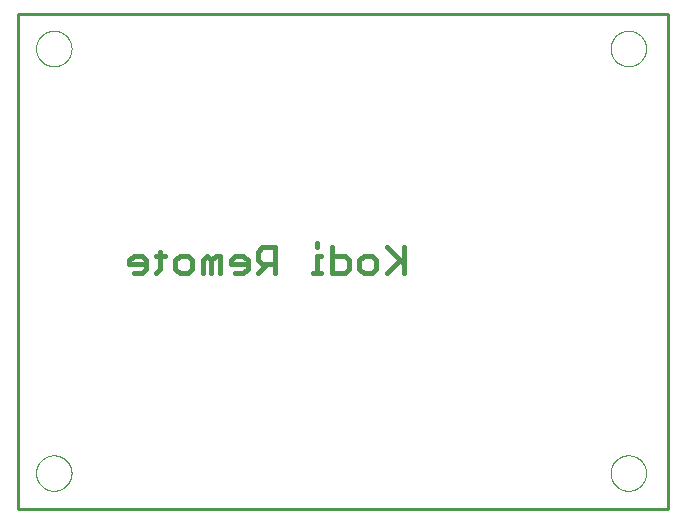
<source format=gbo>
G75*
%MOIN*%
%OFA0B0*%
%FSLAX25Y25*%
%IPPOS*%
%LPD*%
%AMOC8*
5,1,8,0,0,1.08239X$1,22.5*
%
%ADD10C,0.01000*%
%ADD11C,0.01500*%
%ADD12C,0.00000*%
D10*
X0019800Y0016300D02*
X0019800Y0181261D01*
X0236501Y0181261D01*
X0236501Y0016300D01*
X0019800Y0016300D01*
D11*
X0058356Y0095050D02*
X0061192Y0095050D01*
X0062610Y0096468D01*
X0062610Y0099304D01*
X0061192Y0100722D01*
X0058356Y0100722D01*
X0056938Y0099304D01*
X0056938Y0097886D01*
X0062610Y0097886D01*
X0065913Y0100722D02*
X0068749Y0100722D01*
X0067331Y0102139D02*
X0067331Y0096468D01*
X0065913Y0095050D01*
X0072285Y0096468D02*
X0072285Y0099304D01*
X0073703Y0100722D01*
X0076539Y0100722D01*
X0077956Y0099304D01*
X0077956Y0096468D01*
X0076539Y0095050D01*
X0073703Y0095050D01*
X0072285Y0096468D01*
X0081493Y0095050D02*
X0081493Y0099304D01*
X0082911Y0100722D01*
X0084329Y0099304D01*
X0084329Y0095050D01*
X0087164Y0095050D02*
X0087164Y0100722D01*
X0085746Y0100722D01*
X0084329Y0099304D01*
X0090701Y0099304D02*
X0090701Y0097886D01*
X0096372Y0097886D01*
X0096372Y0099304D02*
X0094954Y0100722D01*
X0092118Y0100722D01*
X0090701Y0099304D01*
X0092118Y0095050D02*
X0094954Y0095050D01*
X0096372Y0096468D01*
X0096372Y0099304D01*
X0099908Y0099304D02*
X0099908Y0102139D01*
X0101326Y0103557D01*
X0105580Y0103557D01*
X0105580Y0095050D01*
X0105580Y0097886D02*
X0101326Y0097886D01*
X0099908Y0099304D01*
X0102744Y0097886D02*
X0099908Y0095050D01*
X0118091Y0095050D02*
X0120926Y0095050D01*
X0119509Y0095050D02*
X0119509Y0100722D01*
X0120926Y0100722D01*
X0119509Y0103557D02*
X0119509Y0104975D01*
X0124463Y0103557D02*
X0124463Y0095050D01*
X0128716Y0095050D01*
X0130134Y0096468D01*
X0130134Y0099304D01*
X0128716Y0100722D01*
X0124463Y0100722D01*
X0133671Y0099304D02*
X0133671Y0096468D01*
X0135089Y0095050D01*
X0137924Y0095050D01*
X0139342Y0096468D01*
X0139342Y0099304D01*
X0137924Y0100722D01*
X0135089Y0100722D01*
X0133671Y0099304D01*
X0142878Y0103557D02*
X0148550Y0097886D01*
X0147132Y0099304D02*
X0142878Y0095050D01*
X0148550Y0095050D02*
X0148550Y0103557D01*
D12*
X0217394Y0169800D02*
X0217396Y0169953D01*
X0217402Y0170107D01*
X0217412Y0170260D01*
X0217426Y0170412D01*
X0217444Y0170565D01*
X0217466Y0170716D01*
X0217491Y0170867D01*
X0217521Y0171018D01*
X0217555Y0171168D01*
X0217592Y0171316D01*
X0217633Y0171464D01*
X0217678Y0171610D01*
X0217727Y0171756D01*
X0217780Y0171900D01*
X0217836Y0172042D01*
X0217896Y0172183D01*
X0217960Y0172323D01*
X0218027Y0172461D01*
X0218098Y0172597D01*
X0218173Y0172731D01*
X0218250Y0172863D01*
X0218332Y0172993D01*
X0218416Y0173121D01*
X0218504Y0173247D01*
X0218595Y0173370D01*
X0218689Y0173491D01*
X0218787Y0173609D01*
X0218887Y0173725D01*
X0218991Y0173838D01*
X0219097Y0173949D01*
X0219206Y0174057D01*
X0219318Y0174162D01*
X0219432Y0174263D01*
X0219550Y0174362D01*
X0219669Y0174458D01*
X0219791Y0174551D01*
X0219916Y0174640D01*
X0220043Y0174727D01*
X0220172Y0174809D01*
X0220303Y0174889D01*
X0220436Y0174965D01*
X0220571Y0175038D01*
X0220708Y0175107D01*
X0220847Y0175172D01*
X0220987Y0175234D01*
X0221129Y0175292D01*
X0221272Y0175347D01*
X0221417Y0175398D01*
X0221563Y0175445D01*
X0221710Y0175488D01*
X0221858Y0175527D01*
X0222007Y0175563D01*
X0222157Y0175594D01*
X0222308Y0175622D01*
X0222459Y0175646D01*
X0222612Y0175666D01*
X0222764Y0175682D01*
X0222917Y0175694D01*
X0223070Y0175702D01*
X0223223Y0175706D01*
X0223377Y0175706D01*
X0223530Y0175702D01*
X0223683Y0175694D01*
X0223836Y0175682D01*
X0223988Y0175666D01*
X0224141Y0175646D01*
X0224292Y0175622D01*
X0224443Y0175594D01*
X0224593Y0175563D01*
X0224742Y0175527D01*
X0224890Y0175488D01*
X0225037Y0175445D01*
X0225183Y0175398D01*
X0225328Y0175347D01*
X0225471Y0175292D01*
X0225613Y0175234D01*
X0225753Y0175172D01*
X0225892Y0175107D01*
X0226029Y0175038D01*
X0226164Y0174965D01*
X0226297Y0174889D01*
X0226428Y0174809D01*
X0226557Y0174727D01*
X0226684Y0174640D01*
X0226809Y0174551D01*
X0226931Y0174458D01*
X0227050Y0174362D01*
X0227168Y0174263D01*
X0227282Y0174162D01*
X0227394Y0174057D01*
X0227503Y0173949D01*
X0227609Y0173838D01*
X0227713Y0173725D01*
X0227813Y0173609D01*
X0227911Y0173491D01*
X0228005Y0173370D01*
X0228096Y0173247D01*
X0228184Y0173121D01*
X0228268Y0172993D01*
X0228350Y0172863D01*
X0228427Y0172731D01*
X0228502Y0172597D01*
X0228573Y0172461D01*
X0228640Y0172323D01*
X0228704Y0172183D01*
X0228764Y0172042D01*
X0228820Y0171900D01*
X0228873Y0171756D01*
X0228922Y0171610D01*
X0228967Y0171464D01*
X0229008Y0171316D01*
X0229045Y0171168D01*
X0229079Y0171018D01*
X0229109Y0170867D01*
X0229134Y0170716D01*
X0229156Y0170565D01*
X0229174Y0170412D01*
X0229188Y0170260D01*
X0229198Y0170107D01*
X0229204Y0169953D01*
X0229206Y0169800D01*
X0229204Y0169647D01*
X0229198Y0169493D01*
X0229188Y0169340D01*
X0229174Y0169188D01*
X0229156Y0169035D01*
X0229134Y0168884D01*
X0229109Y0168733D01*
X0229079Y0168582D01*
X0229045Y0168432D01*
X0229008Y0168284D01*
X0228967Y0168136D01*
X0228922Y0167990D01*
X0228873Y0167844D01*
X0228820Y0167700D01*
X0228764Y0167558D01*
X0228704Y0167417D01*
X0228640Y0167277D01*
X0228573Y0167139D01*
X0228502Y0167003D01*
X0228427Y0166869D01*
X0228350Y0166737D01*
X0228268Y0166607D01*
X0228184Y0166479D01*
X0228096Y0166353D01*
X0228005Y0166230D01*
X0227911Y0166109D01*
X0227813Y0165991D01*
X0227713Y0165875D01*
X0227609Y0165762D01*
X0227503Y0165651D01*
X0227394Y0165543D01*
X0227282Y0165438D01*
X0227168Y0165337D01*
X0227050Y0165238D01*
X0226931Y0165142D01*
X0226809Y0165049D01*
X0226684Y0164960D01*
X0226557Y0164873D01*
X0226428Y0164791D01*
X0226297Y0164711D01*
X0226164Y0164635D01*
X0226029Y0164562D01*
X0225892Y0164493D01*
X0225753Y0164428D01*
X0225613Y0164366D01*
X0225471Y0164308D01*
X0225328Y0164253D01*
X0225183Y0164202D01*
X0225037Y0164155D01*
X0224890Y0164112D01*
X0224742Y0164073D01*
X0224593Y0164037D01*
X0224443Y0164006D01*
X0224292Y0163978D01*
X0224141Y0163954D01*
X0223988Y0163934D01*
X0223836Y0163918D01*
X0223683Y0163906D01*
X0223530Y0163898D01*
X0223377Y0163894D01*
X0223223Y0163894D01*
X0223070Y0163898D01*
X0222917Y0163906D01*
X0222764Y0163918D01*
X0222612Y0163934D01*
X0222459Y0163954D01*
X0222308Y0163978D01*
X0222157Y0164006D01*
X0222007Y0164037D01*
X0221858Y0164073D01*
X0221710Y0164112D01*
X0221563Y0164155D01*
X0221417Y0164202D01*
X0221272Y0164253D01*
X0221129Y0164308D01*
X0220987Y0164366D01*
X0220847Y0164428D01*
X0220708Y0164493D01*
X0220571Y0164562D01*
X0220436Y0164635D01*
X0220303Y0164711D01*
X0220172Y0164791D01*
X0220043Y0164873D01*
X0219916Y0164960D01*
X0219791Y0165049D01*
X0219669Y0165142D01*
X0219550Y0165238D01*
X0219432Y0165337D01*
X0219318Y0165438D01*
X0219206Y0165543D01*
X0219097Y0165651D01*
X0218991Y0165762D01*
X0218887Y0165875D01*
X0218787Y0165991D01*
X0218689Y0166109D01*
X0218595Y0166230D01*
X0218504Y0166353D01*
X0218416Y0166479D01*
X0218332Y0166607D01*
X0218250Y0166737D01*
X0218173Y0166869D01*
X0218098Y0167003D01*
X0218027Y0167139D01*
X0217960Y0167277D01*
X0217896Y0167417D01*
X0217836Y0167558D01*
X0217780Y0167700D01*
X0217727Y0167844D01*
X0217678Y0167990D01*
X0217633Y0168136D01*
X0217592Y0168284D01*
X0217555Y0168432D01*
X0217521Y0168582D01*
X0217491Y0168733D01*
X0217466Y0168884D01*
X0217444Y0169035D01*
X0217426Y0169188D01*
X0217412Y0169340D01*
X0217402Y0169493D01*
X0217396Y0169647D01*
X0217394Y0169800D01*
X0025894Y0169800D02*
X0025896Y0169953D01*
X0025902Y0170107D01*
X0025912Y0170260D01*
X0025926Y0170412D01*
X0025944Y0170565D01*
X0025966Y0170716D01*
X0025991Y0170867D01*
X0026021Y0171018D01*
X0026055Y0171168D01*
X0026092Y0171316D01*
X0026133Y0171464D01*
X0026178Y0171610D01*
X0026227Y0171756D01*
X0026280Y0171900D01*
X0026336Y0172042D01*
X0026396Y0172183D01*
X0026460Y0172323D01*
X0026527Y0172461D01*
X0026598Y0172597D01*
X0026673Y0172731D01*
X0026750Y0172863D01*
X0026832Y0172993D01*
X0026916Y0173121D01*
X0027004Y0173247D01*
X0027095Y0173370D01*
X0027189Y0173491D01*
X0027287Y0173609D01*
X0027387Y0173725D01*
X0027491Y0173838D01*
X0027597Y0173949D01*
X0027706Y0174057D01*
X0027818Y0174162D01*
X0027932Y0174263D01*
X0028050Y0174362D01*
X0028169Y0174458D01*
X0028291Y0174551D01*
X0028416Y0174640D01*
X0028543Y0174727D01*
X0028672Y0174809D01*
X0028803Y0174889D01*
X0028936Y0174965D01*
X0029071Y0175038D01*
X0029208Y0175107D01*
X0029347Y0175172D01*
X0029487Y0175234D01*
X0029629Y0175292D01*
X0029772Y0175347D01*
X0029917Y0175398D01*
X0030063Y0175445D01*
X0030210Y0175488D01*
X0030358Y0175527D01*
X0030507Y0175563D01*
X0030657Y0175594D01*
X0030808Y0175622D01*
X0030959Y0175646D01*
X0031112Y0175666D01*
X0031264Y0175682D01*
X0031417Y0175694D01*
X0031570Y0175702D01*
X0031723Y0175706D01*
X0031877Y0175706D01*
X0032030Y0175702D01*
X0032183Y0175694D01*
X0032336Y0175682D01*
X0032488Y0175666D01*
X0032641Y0175646D01*
X0032792Y0175622D01*
X0032943Y0175594D01*
X0033093Y0175563D01*
X0033242Y0175527D01*
X0033390Y0175488D01*
X0033537Y0175445D01*
X0033683Y0175398D01*
X0033828Y0175347D01*
X0033971Y0175292D01*
X0034113Y0175234D01*
X0034253Y0175172D01*
X0034392Y0175107D01*
X0034529Y0175038D01*
X0034664Y0174965D01*
X0034797Y0174889D01*
X0034928Y0174809D01*
X0035057Y0174727D01*
X0035184Y0174640D01*
X0035309Y0174551D01*
X0035431Y0174458D01*
X0035550Y0174362D01*
X0035668Y0174263D01*
X0035782Y0174162D01*
X0035894Y0174057D01*
X0036003Y0173949D01*
X0036109Y0173838D01*
X0036213Y0173725D01*
X0036313Y0173609D01*
X0036411Y0173491D01*
X0036505Y0173370D01*
X0036596Y0173247D01*
X0036684Y0173121D01*
X0036768Y0172993D01*
X0036850Y0172863D01*
X0036927Y0172731D01*
X0037002Y0172597D01*
X0037073Y0172461D01*
X0037140Y0172323D01*
X0037204Y0172183D01*
X0037264Y0172042D01*
X0037320Y0171900D01*
X0037373Y0171756D01*
X0037422Y0171610D01*
X0037467Y0171464D01*
X0037508Y0171316D01*
X0037545Y0171168D01*
X0037579Y0171018D01*
X0037609Y0170867D01*
X0037634Y0170716D01*
X0037656Y0170565D01*
X0037674Y0170412D01*
X0037688Y0170260D01*
X0037698Y0170107D01*
X0037704Y0169953D01*
X0037706Y0169800D01*
X0037704Y0169647D01*
X0037698Y0169493D01*
X0037688Y0169340D01*
X0037674Y0169188D01*
X0037656Y0169035D01*
X0037634Y0168884D01*
X0037609Y0168733D01*
X0037579Y0168582D01*
X0037545Y0168432D01*
X0037508Y0168284D01*
X0037467Y0168136D01*
X0037422Y0167990D01*
X0037373Y0167844D01*
X0037320Y0167700D01*
X0037264Y0167558D01*
X0037204Y0167417D01*
X0037140Y0167277D01*
X0037073Y0167139D01*
X0037002Y0167003D01*
X0036927Y0166869D01*
X0036850Y0166737D01*
X0036768Y0166607D01*
X0036684Y0166479D01*
X0036596Y0166353D01*
X0036505Y0166230D01*
X0036411Y0166109D01*
X0036313Y0165991D01*
X0036213Y0165875D01*
X0036109Y0165762D01*
X0036003Y0165651D01*
X0035894Y0165543D01*
X0035782Y0165438D01*
X0035668Y0165337D01*
X0035550Y0165238D01*
X0035431Y0165142D01*
X0035309Y0165049D01*
X0035184Y0164960D01*
X0035057Y0164873D01*
X0034928Y0164791D01*
X0034797Y0164711D01*
X0034664Y0164635D01*
X0034529Y0164562D01*
X0034392Y0164493D01*
X0034253Y0164428D01*
X0034113Y0164366D01*
X0033971Y0164308D01*
X0033828Y0164253D01*
X0033683Y0164202D01*
X0033537Y0164155D01*
X0033390Y0164112D01*
X0033242Y0164073D01*
X0033093Y0164037D01*
X0032943Y0164006D01*
X0032792Y0163978D01*
X0032641Y0163954D01*
X0032488Y0163934D01*
X0032336Y0163918D01*
X0032183Y0163906D01*
X0032030Y0163898D01*
X0031877Y0163894D01*
X0031723Y0163894D01*
X0031570Y0163898D01*
X0031417Y0163906D01*
X0031264Y0163918D01*
X0031112Y0163934D01*
X0030959Y0163954D01*
X0030808Y0163978D01*
X0030657Y0164006D01*
X0030507Y0164037D01*
X0030358Y0164073D01*
X0030210Y0164112D01*
X0030063Y0164155D01*
X0029917Y0164202D01*
X0029772Y0164253D01*
X0029629Y0164308D01*
X0029487Y0164366D01*
X0029347Y0164428D01*
X0029208Y0164493D01*
X0029071Y0164562D01*
X0028936Y0164635D01*
X0028803Y0164711D01*
X0028672Y0164791D01*
X0028543Y0164873D01*
X0028416Y0164960D01*
X0028291Y0165049D01*
X0028169Y0165142D01*
X0028050Y0165238D01*
X0027932Y0165337D01*
X0027818Y0165438D01*
X0027706Y0165543D01*
X0027597Y0165651D01*
X0027491Y0165762D01*
X0027387Y0165875D01*
X0027287Y0165991D01*
X0027189Y0166109D01*
X0027095Y0166230D01*
X0027004Y0166353D01*
X0026916Y0166479D01*
X0026832Y0166607D01*
X0026750Y0166737D01*
X0026673Y0166869D01*
X0026598Y0167003D01*
X0026527Y0167139D01*
X0026460Y0167277D01*
X0026396Y0167417D01*
X0026336Y0167558D01*
X0026280Y0167700D01*
X0026227Y0167844D01*
X0026178Y0167990D01*
X0026133Y0168136D01*
X0026092Y0168284D01*
X0026055Y0168432D01*
X0026021Y0168582D01*
X0025991Y0168733D01*
X0025966Y0168884D01*
X0025944Y0169035D01*
X0025926Y0169188D01*
X0025912Y0169340D01*
X0025902Y0169493D01*
X0025896Y0169647D01*
X0025894Y0169800D01*
X0025894Y0028300D02*
X0025896Y0028453D01*
X0025902Y0028607D01*
X0025912Y0028760D01*
X0025926Y0028912D01*
X0025944Y0029065D01*
X0025966Y0029216D01*
X0025991Y0029367D01*
X0026021Y0029518D01*
X0026055Y0029668D01*
X0026092Y0029816D01*
X0026133Y0029964D01*
X0026178Y0030110D01*
X0026227Y0030256D01*
X0026280Y0030400D01*
X0026336Y0030542D01*
X0026396Y0030683D01*
X0026460Y0030823D01*
X0026527Y0030961D01*
X0026598Y0031097D01*
X0026673Y0031231D01*
X0026750Y0031363D01*
X0026832Y0031493D01*
X0026916Y0031621D01*
X0027004Y0031747D01*
X0027095Y0031870D01*
X0027189Y0031991D01*
X0027287Y0032109D01*
X0027387Y0032225D01*
X0027491Y0032338D01*
X0027597Y0032449D01*
X0027706Y0032557D01*
X0027818Y0032662D01*
X0027932Y0032763D01*
X0028050Y0032862D01*
X0028169Y0032958D01*
X0028291Y0033051D01*
X0028416Y0033140D01*
X0028543Y0033227D01*
X0028672Y0033309D01*
X0028803Y0033389D01*
X0028936Y0033465D01*
X0029071Y0033538D01*
X0029208Y0033607D01*
X0029347Y0033672D01*
X0029487Y0033734D01*
X0029629Y0033792D01*
X0029772Y0033847D01*
X0029917Y0033898D01*
X0030063Y0033945D01*
X0030210Y0033988D01*
X0030358Y0034027D01*
X0030507Y0034063D01*
X0030657Y0034094D01*
X0030808Y0034122D01*
X0030959Y0034146D01*
X0031112Y0034166D01*
X0031264Y0034182D01*
X0031417Y0034194D01*
X0031570Y0034202D01*
X0031723Y0034206D01*
X0031877Y0034206D01*
X0032030Y0034202D01*
X0032183Y0034194D01*
X0032336Y0034182D01*
X0032488Y0034166D01*
X0032641Y0034146D01*
X0032792Y0034122D01*
X0032943Y0034094D01*
X0033093Y0034063D01*
X0033242Y0034027D01*
X0033390Y0033988D01*
X0033537Y0033945D01*
X0033683Y0033898D01*
X0033828Y0033847D01*
X0033971Y0033792D01*
X0034113Y0033734D01*
X0034253Y0033672D01*
X0034392Y0033607D01*
X0034529Y0033538D01*
X0034664Y0033465D01*
X0034797Y0033389D01*
X0034928Y0033309D01*
X0035057Y0033227D01*
X0035184Y0033140D01*
X0035309Y0033051D01*
X0035431Y0032958D01*
X0035550Y0032862D01*
X0035668Y0032763D01*
X0035782Y0032662D01*
X0035894Y0032557D01*
X0036003Y0032449D01*
X0036109Y0032338D01*
X0036213Y0032225D01*
X0036313Y0032109D01*
X0036411Y0031991D01*
X0036505Y0031870D01*
X0036596Y0031747D01*
X0036684Y0031621D01*
X0036768Y0031493D01*
X0036850Y0031363D01*
X0036927Y0031231D01*
X0037002Y0031097D01*
X0037073Y0030961D01*
X0037140Y0030823D01*
X0037204Y0030683D01*
X0037264Y0030542D01*
X0037320Y0030400D01*
X0037373Y0030256D01*
X0037422Y0030110D01*
X0037467Y0029964D01*
X0037508Y0029816D01*
X0037545Y0029668D01*
X0037579Y0029518D01*
X0037609Y0029367D01*
X0037634Y0029216D01*
X0037656Y0029065D01*
X0037674Y0028912D01*
X0037688Y0028760D01*
X0037698Y0028607D01*
X0037704Y0028453D01*
X0037706Y0028300D01*
X0037704Y0028147D01*
X0037698Y0027993D01*
X0037688Y0027840D01*
X0037674Y0027688D01*
X0037656Y0027535D01*
X0037634Y0027384D01*
X0037609Y0027233D01*
X0037579Y0027082D01*
X0037545Y0026932D01*
X0037508Y0026784D01*
X0037467Y0026636D01*
X0037422Y0026490D01*
X0037373Y0026344D01*
X0037320Y0026200D01*
X0037264Y0026058D01*
X0037204Y0025917D01*
X0037140Y0025777D01*
X0037073Y0025639D01*
X0037002Y0025503D01*
X0036927Y0025369D01*
X0036850Y0025237D01*
X0036768Y0025107D01*
X0036684Y0024979D01*
X0036596Y0024853D01*
X0036505Y0024730D01*
X0036411Y0024609D01*
X0036313Y0024491D01*
X0036213Y0024375D01*
X0036109Y0024262D01*
X0036003Y0024151D01*
X0035894Y0024043D01*
X0035782Y0023938D01*
X0035668Y0023837D01*
X0035550Y0023738D01*
X0035431Y0023642D01*
X0035309Y0023549D01*
X0035184Y0023460D01*
X0035057Y0023373D01*
X0034928Y0023291D01*
X0034797Y0023211D01*
X0034664Y0023135D01*
X0034529Y0023062D01*
X0034392Y0022993D01*
X0034253Y0022928D01*
X0034113Y0022866D01*
X0033971Y0022808D01*
X0033828Y0022753D01*
X0033683Y0022702D01*
X0033537Y0022655D01*
X0033390Y0022612D01*
X0033242Y0022573D01*
X0033093Y0022537D01*
X0032943Y0022506D01*
X0032792Y0022478D01*
X0032641Y0022454D01*
X0032488Y0022434D01*
X0032336Y0022418D01*
X0032183Y0022406D01*
X0032030Y0022398D01*
X0031877Y0022394D01*
X0031723Y0022394D01*
X0031570Y0022398D01*
X0031417Y0022406D01*
X0031264Y0022418D01*
X0031112Y0022434D01*
X0030959Y0022454D01*
X0030808Y0022478D01*
X0030657Y0022506D01*
X0030507Y0022537D01*
X0030358Y0022573D01*
X0030210Y0022612D01*
X0030063Y0022655D01*
X0029917Y0022702D01*
X0029772Y0022753D01*
X0029629Y0022808D01*
X0029487Y0022866D01*
X0029347Y0022928D01*
X0029208Y0022993D01*
X0029071Y0023062D01*
X0028936Y0023135D01*
X0028803Y0023211D01*
X0028672Y0023291D01*
X0028543Y0023373D01*
X0028416Y0023460D01*
X0028291Y0023549D01*
X0028169Y0023642D01*
X0028050Y0023738D01*
X0027932Y0023837D01*
X0027818Y0023938D01*
X0027706Y0024043D01*
X0027597Y0024151D01*
X0027491Y0024262D01*
X0027387Y0024375D01*
X0027287Y0024491D01*
X0027189Y0024609D01*
X0027095Y0024730D01*
X0027004Y0024853D01*
X0026916Y0024979D01*
X0026832Y0025107D01*
X0026750Y0025237D01*
X0026673Y0025369D01*
X0026598Y0025503D01*
X0026527Y0025639D01*
X0026460Y0025777D01*
X0026396Y0025917D01*
X0026336Y0026058D01*
X0026280Y0026200D01*
X0026227Y0026344D01*
X0026178Y0026490D01*
X0026133Y0026636D01*
X0026092Y0026784D01*
X0026055Y0026932D01*
X0026021Y0027082D01*
X0025991Y0027233D01*
X0025966Y0027384D01*
X0025944Y0027535D01*
X0025926Y0027688D01*
X0025912Y0027840D01*
X0025902Y0027993D01*
X0025896Y0028147D01*
X0025894Y0028300D01*
X0217394Y0028300D02*
X0217396Y0028453D01*
X0217402Y0028607D01*
X0217412Y0028760D01*
X0217426Y0028912D01*
X0217444Y0029065D01*
X0217466Y0029216D01*
X0217491Y0029367D01*
X0217521Y0029518D01*
X0217555Y0029668D01*
X0217592Y0029816D01*
X0217633Y0029964D01*
X0217678Y0030110D01*
X0217727Y0030256D01*
X0217780Y0030400D01*
X0217836Y0030542D01*
X0217896Y0030683D01*
X0217960Y0030823D01*
X0218027Y0030961D01*
X0218098Y0031097D01*
X0218173Y0031231D01*
X0218250Y0031363D01*
X0218332Y0031493D01*
X0218416Y0031621D01*
X0218504Y0031747D01*
X0218595Y0031870D01*
X0218689Y0031991D01*
X0218787Y0032109D01*
X0218887Y0032225D01*
X0218991Y0032338D01*
X0219097Y0032449D01*
X0219206Y0032557D01*
X0219318Y0032662D01*
X0219432Y0032763D01*
X0219550Y0032862D01*
X0219669Y0032958D01*
X0219791Y0033051D01*
X0219916Y0033140D01*
X0220043Y0033227D01*
X0220172Y0033309D01*
X0220303Y0033389D01*
X0220436Y0033465D01*
X0220571Y0033538D01*
X0220708Y0033607D01*
X0220847Y0033672D01*
X0220987Y0033734D01*
X0221129Y0033792D01*
X0221272Y0033847D01*
X0221417Y0033898D01*
X0221563Y0033945D01*
X0221710Y0033988D01*
X0221858Y0034027D01*
X0222007Y0034063D01*
X0222157Y0034094D01*
X0222308Y0034122D01*
X0222459Y0034146D01*
X0222612Y0034166D01*
X0222764Y0034182D01*
X0222917Y0034194D01*
X0223070Y0034202D01*
X0223223Y0034206D01*
X0223377Y0034206D01*
X0223530Y0034202D01*
X0223683Y0034194D01*
X0223836Y0034182D01*
X0223988Y0034166D01*
X0224141Y0034146D01*
X0224292Y0034122D01*
X0224443Y0034094D01*
X0224593Y0034063D01*
X0224742Y0034027D01*
X0224890Y0033988D01*
X0225037Y0033945D01*
X0225183Y0033898D01*
X0225328Y0033847D01*
X0225471Y0033792D01*
X0225613Y0033734D01*
X0225753Y0033672D01*
X0225892Y0033607D01*
X0226029Y0033538D01*
X0226164Y0033465D01*
X0226297Y0033389D01*
X0226428Y0033309D01*
X0226557Y0033227D01*
X0226684Y0033140D01*
X0226809Y0033051D01*
X0226931Y0032958D01*
X0227050Y0032862D01*
X0227168Y0032763D01*
X0227282Y0032662D01*
X0227394Y0032557D01*
X0227503Y0032449D01*
X0227609Y0032338D01*
X0227713Y0032225D01*
X0227813Y0032109D01*
X0227911Y0031991D01*
X0228005Y0031870D01*
X0228096Y0031747D01*
X0228184Y0031621D01*
X0228268Y0031493D01*
X0228350Y0031363D01*
X0228427Y0031231D01*
X0228502Y0031097D01*
X0228573Y0030961D01*
X0228640Y0030823D01*
X0228704Y0030683D01*
X0228764Y0030542D01*
X0228820Y0030400D01*
X0228873Y0030256D01*
X0228922Y0030110D01*
X0228967Y0029964D01*
X0229008Y0029816D01*
X0229045Y0029668D01*
X0229079Y0029518D01*
X0229109Y0029367D01*
X0229134Y0029216D01*
X0229156Y0029065D01*
X0229174Y0028912D01*
X0229188Y0028760D01*
X0229198Y0028607D01*
X0229204Y0028453D01*
X0229206Y0028300D01*
X0229204Y0028147D01*
X0229198Y0027993D01*
X0229188Y0027840D01*
X0229174Y0027688D01*
X0229156Y0027535D01*
X0229134Y0027384D01*
X0229109Y0027233D01*
X0229079Y0027082D01*
X0229045Y0026932D01*
X0229008Y0026784D01*
X0228967Y0026636D01*
X0228922Y0026490D01*
X0228873Y0026344D01*
X0228820Y0026200D01*
X0228764Y0026058D01*
X0228704Y0025917D01*
X0228640Y0025777D01*
X0228573Y0025639D01*
X0228502Y0025503D01*
X0228427Y0025369D01*
X0228350Y0025237D01*
X0228268Y0025107D01*
X0228184Y0024979D01*
X0228096Y0024853D01*
X0228005Y0024730D01*
X0227911Y0024609D01*
X0227813Y0024491D01*
X0227713Y0024375D01*
X0227609Y0024262D01*
X0227503Y0024151D01*
X0227394Y0024043D01*
X0227282Y0023938D01*
X0227168Y0023837D01*
X0227050Y0023738D01*
X0226931Y0023642D01*
X0226809Y0023549D01*
X0226684Y0023460D01*
X0226557Y0023373D01*
X0226428Y0023291D01*
X0226297Y0023211D01*
X0226164Y0023135D01*
X0226029Y0023062D01*
X0225892Y0022993D01*
X0225753Y0022928D01*
X0225613Y0022866D01*
X0225471Y0022808D01*
X0225328Y0022753D01*
X0225183Y0022702D01*
X0225037Y0022655D01*
X0224890Y0022612D01*
X0224742Y0022573D01*
X0224593Y0022537D01*
X0224443Y0022506D01*
X0224292Y0022478D01*
X0224141Y0022454D01*
X0223988Y0022434D01*
X0223836Y0022418D01*
X0223683Y0022406D01*
X0223530Y0022398D01*
X0223377Y0022394D01*
X0223223Y0022394D01*
X0223070Y0022398D01*
X0222917Y0022406D01*
X0222764Y0022418D01*
X0222612Y0022434D01*
X0222459Y0022454D01*
X0222308Y0022478D01*
X0222157Y0022506D01*
X0222007Y0022537D01*
X0221858Y0022573D01*
X0221710Y0022612D01*
X0221563Y0022655D01*
X0221417Y0022702D01*
X0221272Y0022753D01*
X0221129Y0022808D01*
X0220987Y0022866D01*
X0220847Y0022928D01*
X0220708Y0022993D01*
X0220571Y0023062D01*
X0220436Y0023135D01*
X0220303Y0023211D01*
X0220172Y0023291D01*
X0220043Y0023373D01*
X0219916Y0023460D01*
X0219791Y0023549D01*
X0219669Y0023642D01*
X0219550Y0023738D01*
X0219432Y0023837D01*
X0219318Y0023938D01*
X0219206Y0024043D01*
X0219097Y0024151D01*
X0218991Y0024262D01*
X0218887Y0024375D01*
X0218787Y0024491D01*
X0218689Y0024609D01*
X0218595Y0024730D01*
X0218504Y0024853D01*
X0218416Y0024979D01*
X0218332Y0025107D01*
X0218250Y0025237D01*
X0218173Y0025369D01*
X0218098Y0025503D01*
X0218027Y0025639D01*
X0217960Y0025777D01*
X0217896Y0025917D01*
X0217836Y0026058D01*
X0217780Y0026200D01*
X0217727Y0026344D01*
X0217678Y0026490D01*
X0217633Y0026636D01*
X0217592Y0026784D01*
X0217555Y0026932D01*
X0217521Y0027082D01*
X0217491Y0027233D01*
X0217466Y0027384D01*
X0217444Y0027535D01*
X0217426Y0027688D01*
X0217412Y0027840D01*
X0217402Y0027993D01*
X0217396Y0028147D01*
X0217394Y0028300D01*
M02*

</source>
